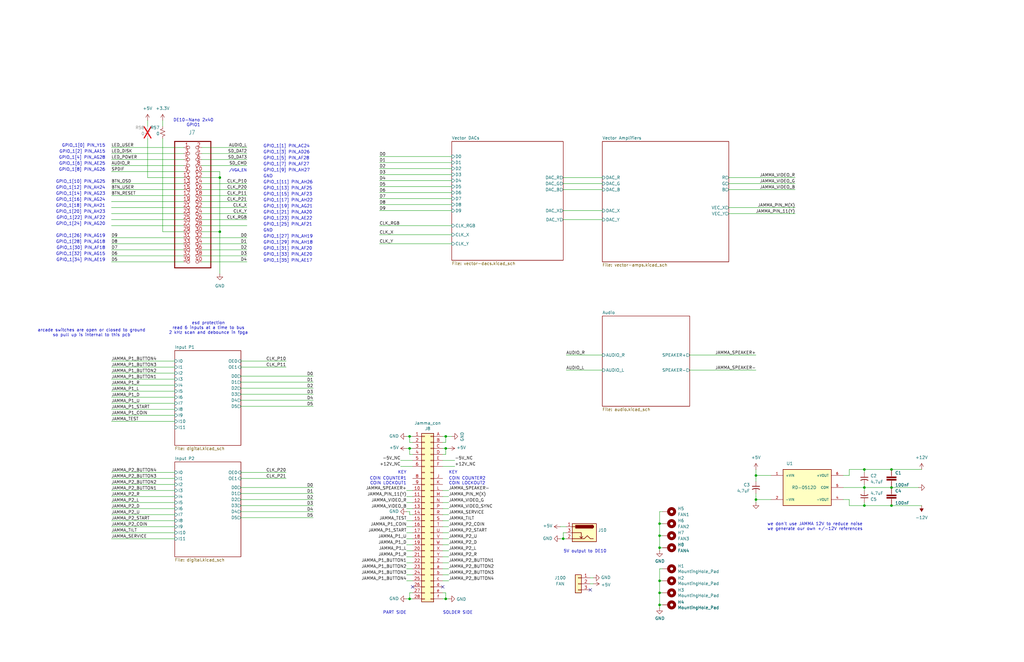
<source format=kicad_sch>
(kicad_sch (version 20250114) (generator "eeschema") (generator_version "9.0")
  (paper "B")
  (lib_symbols
    (symbol "Connector:Barrel_Jack_Switch" (pin_names (hide yes))
      (property "Reference" "J" (at 0 5.334 0))
      (property "Value" "Barrel_Jack_Switch" (at 0 -5.08 0))
      (symbol "Barrel_Jack_Switch_1_1"
        (pin passive line (at 7.62 2.54 180) (length 2.54) (name "~") (number "1"))
        (pin passive line (at 7.62 0 180) (length 2.54) (name "~") (number "3"))
        (pin passive line (at 7.62 -2.54 180) (length 2.54) (name "~") (number "2"))
      )
    )
    (symbol "Connector_Generic:Conn_01x03" (pin_names (offset 1.016) (hide yes))
      (property "Reference" "J" (at 0 5.08 0))
      (property "Value" "Conn_01x03" (at 0 -5.08 0))
      (symbol "Conn_01x03_1_1"
        (pin passive line (at -5.08 2.54 0) (length 3.81) (name "Pin_1") (number "1"))
        (pin passive line (at -5.08 0 0) (length 3.81) (name "Pin_2") (number "2"))
        (pin passive line (at -5.08 -2.54 0) (length 3.81) (name "Pin_3") (number "3"))
      )
    )
    (symbol "Device:C_Small_US" (pin_numbers (hide yes)) (pin_names (offset 0.254) (hide yes))
      (property "Reference" "C" (at 0.254 1.778 0))
      (property "Value" "C_Small_US" (at 0.254 -2.032 0))
      (symbol "C_Small_US_1_1"
        (pin passive line (at 0 2.54 270) (length 2.032) (name "~") (number "1"))
        (pin passive line (at 0 -2.54 90) (length 2.032) (name "~") (number "2"))
      )
    )
    (symbol "Device:R_Small_US" (pin_numbers (hide yes)) (pin_names (offset 0.254) (hide yes))
      (property "Reference" "R" (at 0.762 0.508 0))
      (property "Value" "R_Small_US" (at 0.762 -1.016 0))
      (symbol "R_Small_US_1_1"
        (pin passive line (at 0 2.54 270) (length 1.016) (name "~") (number "1"))
        (pin passive line (at 0 -2.54 90) (length 1.016) (name "~") (number "2"))
      )
    )
    (symbol "Jamma:Jamma_con" (pin_names (offset 1.016) (hide yes))
      (property "Reference" "J" (at 1.27 35.56 0))
      (property "Value" "Jamma_con" (at 1.27 -38.1 0))
      (symbol "Jamma_con_1_1"
        (pin passive line (at -5.08 33.02 0) (length 3.81) (name "GND") (number "1"))
        (pin passive line (at -5.08 30.48 0) (length 3.81) (name "GND") (number "2"))
        (pin passive line (at -5.08 27.94 0) (length 3.81) (name "+5V") (number "3"))
        (pin passive line (at -5.08 25.4 0) (length 3.81) (name "+5V") (number "4"))
        (pin passive line (at -5.08 22.86 0) (length 3.81) (name "-5V") (number "5"))
        (pin passive line (at -5.08 20.32 0) (length 3.81) (name "+12V") (number "6"))
        (pin passive line (at -5.08 15.24 0) (length 3.81) (name "COIN_COUNTER_1") (number "8"))
        (pin passive line (at -5.08 12.7 0) (length 3.81) (name "COIN_LOCKOUT_1") (number "9"))
        (pin passive line (at -5.08 10.16 0) (length 3.81) (name "SPEAKER+") (number "10"))
        (pin passive line (at -5.08 7.62 0) (length 3.81) (name "AUDIO+") (number "11"))
        (pin passive line (at -5.08 5.08 0) (length 3.81) (name "VIDEO_RED") (number "12"))
        (pin passive line (at -5.08 2.54 0) (length 3.81) (name "VIDEO_BLUE") (number "13"))
        (pin passive line (at -5.08 0 0) (length 3.81) (name "VIDEO_GND") (number "14"))
        (pin passive line (at -5.08 -2.54 0) (length 3.81) (name "COIN_3") (number "15"))
        (pin passive line (at -5.08 -5.08 0) (length 3.81) (name "COIN_1") (number "16"))
        (pin passive line (at -5.08 -7.62 0) (length 3.81) (name "START_1") (number "17"))
        (pin passive line (at -5.08 -10.16 0) (length 3.81) (name "P1_UP") (number "18"))
        (pin passive line (at -5.08 -12.7 0) (length 3.81) (name "P1_DOWN") (number "19"))
        (pin passive line (at -5.08 -15.24 0) (length 3.81) (name "P1_LEFT") (number "20"))
        (pin passive line (at -5.08 -17.78 0) (length 3.81) (name "P1_RIGHT") (number "21"))
        (pin passive line (at -5.08 -20.32 0) (length 3.81) (name "P1_BUTTON_1") (number "22"))
        (pin passive line (at -5.08 -22.86 0) (length 3.81) (name "P1_BUTTON_2") (number "23"))
        (pin passive line (at -5.08 -25.4 0) (length 3.81) (name "P1_BUTTON_3") (number "24"))
        (pin passive line (at -5.08 -27.94 0) (length 3.81) (name "P1_BUTTON_4") (number "25"))
        (pin passive line (at -5.08 -30.48 0) (length 3.81) (name "SELECT_UP") (number "26"))
        (pin passive line (at -5.08 -33.02 0) (length 3.81) (name "GND") (number "27"))
        (pin passive line (at -5.08 -35.56 0) (length 3.81) (name "GND") (number "28"))
        (pin passive line (at 7.62 33.02 180) (length 3.81) (name "GND") (number "A"))
        (pin passive line (at 7.62 30.48 180) (length 3.81) (name "GND") (number "B"))
        (pin passive line (at 7.62 27.94 180) (length 3.81) (name "+5V") (number "C"))
        (pin passive line (at 7.62 25.4 180) (length 3.81) (name "+5V") (number "D"))
        (pin passive line (at 7.62 22.86 180) (length 3.81) (name "-5V") (number "E"))
        (pin passive line (at 7.62 20.32 180) (length 3.81) (name "+12V") (number "F"))
        (pin passive line (at 7.62 15.24 180) (length 3.81) (name "COIN_COUNTER_2") (number "J"))
        (pin passive line (at 7.62 12.7 180) (length 3.81) (name "COIN_LOCKOUT_2") (number "K"))
        (pin passive line (at 7.62 10.16 180) (length 3.81) (name "SPEAKER-") (number "L"))
        (pin passive line (at 7.62 7.62 180) (length 3.81) (name "TEST") (number "M"))
        (pin passive line (at 7.62 5.08 180) (length 3.81) (name "VIDEO_GREEN") (number "N"))
        (pin passive line (at 7.62 2.54 180) (length 3.81) (name "VIDEO_SYNC") (number "P"))
        (pin passive line (at 7.62 0 180) (length 3.81) (name "SERVICE") (number "R"))
        (pin passive line (at 7.62 -2.54 180) (length 3.81) (name "COIN_4") (number "S"))
        (pin passive line (at 7.62 -5.08 180) (length 3.81) (name "COIN_2") (number "T"))
        (pin passive line (at 7.62 -7.62 180) (length 3.81) (name "START_2") (number "U"))
        (pin passive line (at 7.62 -10.16 180) (length 3.81) (name "P2_UP") (number "V"))
        (pin passive line (at 7.62 -12.7 180) (length 3.81) (name "P2_DOWN") (number "W"))
        (pin passive line (at 7.62 -15.24 180) (length 3.81) (name "P2_LEFT") (number "X"))
        (pin passive line (at 7.62 -17.78 180) (length 3.81) (name "P2_RIGHT") (number "Y"))
        (pin passive line (at 7.62 -20.32 180) (length 3.81) (name "P2_BUTTON_1") (number "Z"))
        (pin passive line (at 7.62 -22.86 180) (length 3.81) (name "P2_BUTTON_2") (number "a"))
        (pin passive line (at 7.62 -25.4 180) (length 3.81) (name "P2_BUTTON_3") (number "b"))
        (pin passive line (at 7.62 -27.94 180) (length 3.81) (name "P2_BUTTON_4") (number "c"))
        (pin passive line (at 7.62 -30.48 180) (length 3.81) (name "SLECT_DOWN") (number "d"))
        (pin passive line (at 7.62 -33.02 180) (length 3.81) (name "GND") (number "e"))
        (pin passive line (at 7.62 -35.56 180) (length 3.81) (name "GND") (number "f"))
      )
    )
    (symbol "Mechanical:MountingHole_Pad" (pin_numbers (hide yes)) (pin_names (offset 1.016) (hide yes)) (in_bom no)
      (property "Reference" "H" (at 0 6.35 0))
      (property "Value" "MountingHole_Pad" (at 0 4.445 0))
      (symbol "MountingHole_Pad_1_1"
        (pin input line (at 0 -2.54 90) (length 2.54) (name "1") (number "1"))
      )
    )
    (symbol "RD-0512D:RD-0512D" (pin_names (offset 1.016))
      (property "Reference" "PS" (at -10.1639 8.8979 0))
      (property "Value" "RD-0512D" (at -10.1614 -10.1627 0))
      (symbol "RD-0512D_0_0"
        (pin input line (at -15.24 5.08 0) (length 5.08) (name "+VIN") (number "1"))
        (pin input line (at -15.24 -5.08 0) (length 5.08) (name "-VIN") (number "2"))
        (pin output line (at 15.24 5.08 180) (length 5.08) (name "+VOUT") (number "6"))
        (pin power_in line (at 15.24 0 180) (length 5.08) (name "COM") (number "5"))
        (pin output line (at 15.24 -5.08 180) (length 5.08) (name "-VOUT") (number "4"))
      )
    )
    (symbol "mister-vector-eagle-import:C-EUC0603"
      (property "Reference" "C" (at 1.524 0.381 0))
      (symbol "C-EUC0603_1_0"
        (pin passive line (at 0 2.54 270) (length 2.54) (name "1") (number "1"))
        (pin passive line (at 0 -5.08 90) (length 2.54) (name "2") (number "2"))
      )
    )
    (symbol "mister-vector-eagle-import:PINHD-2X20"
      (property "Reference" "JP" (at -6.35 26.035 0))
      (symbol "PINHD-2X20_1_0"
        (pin passive inverted (at -2.54 22.86 0) (length 2.54) (name "1") (number "1"))
        (pin passive inverted (at -2.54 20.32 0) (length 2.54) (name "3") (number "3"))
        (pin passive inverted (at -2.54 17.78 0) (length 2.54) (name "5") (number "5"))
        (pin passive inverted (at -2.54 15.24 0) (length 2.54) (name "7") (number "7"))
        (pin passive inverted (at -2.54 12.7 0) (length 2.54) (name "9") (number "9"))
        (pin passive inverted (at -2.54 10.16 0) (length 2.54) (name "11") (number "11"))
        (pin passive inverted (at -2.54 7.62 0) (length 2.54) (name "13") (number "13"))
        (pin passive inverted (at -2.54 5.08 0) (length 2.54) (name "15") (number "15"))
        (pin passive inverted (at -2.54 2.54 0) (length 2.54) (name "17") (number "17"))
        (pin passive inverted (at -2.54 0 0) (length 2.54) (name "19") (number "19"))
        (pin passive inverted (at -2.54 -2.54 0) (length 2.54) (name "21") (number "21"))
        (pin passive inverted (at -2.54 -5.08 0) (length 2.54) (name "23") (number "23"))
        (pin passive inverted (at -2.54 -7.62 0) (length 2.54) (name "25") (number "25"))
        (pin passive inverted (at -2.54 -10.16 0) (length 2.54) (name "27") (number "27"))
        (pin passive inverted (at -2.54 -12.7 0) (length 2.54) (name "29") (number "29"))
        (pin passive inverted (at -2.54 -15.24 0) (length 2.54) (name "31") (number "31"))
        (pin passive inverted (at -2.54 -17.78 0) (length 2.54) (name "33") (number "33"))
        (pin passive inverted (at -2.54 -20.32 0) (length 2.54) (name "35") (number "35"))
        (pin passive inverted (at -2.54 -22.86 0) (length 2.54) (name "37") (number "37"))
        (pin passive inverted (at -2.54 -25.4 0) (length 2.54) (name "39") (number "39"))
        (pin passive inverted (at 5.08 22.86 180) (length 2.54) (name "2") (number "2"))
        (pin passive inverted (at 5.08 20.32 180) (length 2.54) (name "4") (number "4"))
        (pin passive inverted (at 5.08 17.78 180) (length 2.54) (name "6") (number "6"))
        (pin passive inverted (at 5.08 15.24 180) (length 2.54) (name "8") (number "8"))
        (pin passive inverted (at 5.08 12.7 180) (length 2.54) (name "10") (number "10"))
        (pin passive inverted (at 5.08 10.16 180) (length 2.54) (name "12") (number "12"))
        (pin passive inverted (at 5.08 7.62 180) (length 2.54) (name "14") (number "14"))
        (pin passive inverted (at 5.08 5.08 180) (length 2.54) (name "16") (number "16"))
        (pin passive inverted (at 5.08 2.54 180) (length 2.54) (name "18") (number "18"))
        (pin passive inverted (at 5.08 0 180) (length 2.54) (name "20") (number "20"))
        (pin passive inverted (at 5.08 -2.54 180) (length 2.54) (name "22") (number "22"))
        (pin passive inverted (at 5.08 -5.08 180) (length 2.54) (name "24") (number "24"))
        (pin passive inverted (at 5.08 -7.62 180) (length 2.54) (name "26") (number "26"))
        (pin passive inverted (at 5.08 -10.16 180) (length 2.54) (name "28") (number "28"))
        (pin passive inverted (at 5.08 -12.7 180) (length 2.54) (name "30") (number "30"))
        (pin passive inverted (at 5.08 -15.24 180) (length 2.54) (name "32") (number "32"))
        (pin passive inverted (at 5.08 -17.78 180) (length 2.54) (name "34") (number "34"))
        (pin passive inverted (at 5.08 -20.32 180) (length 2.54) (name "36") (number "36"))
        (pin passive inverted (at 5.08 -22.86 180) (length 2.54) (name "38") (number "38"))
        (pin passive inverted (at 5.08 -25.4 180) (length 2.54) (name "40") (number "40"))
      )
    )
    (symbol "power:+12V" (power) (pin_numbers (hide yes)) (pin_names (offset 0) (hide yes))
      (property "Value" "+12V" (at 0 3.556 0))
      (symbol "+12V_1_1"
        (pin power_in line (at 0 0 90) (length 0) (name "~") (number "1"))
      )
    )
    (symbol "power:+3.3V" (power) (pin_numbers (hide yes)) (pin_names (offset 0) (hide yes))
      (property "Value" "+3.3V" (at 0 3.556 0))
      (symbol "+3.3V_1_1"
        (pin power_in line (at 0 0 90) (length 0) (name "~") (number "1"))
      )
    )
    (symbol "power:+5V" (power) (pin_numbers (hide yes)) (pin_names (offset 0) (hide yes))
      (property "Value" "+5V" (at 0 3.556 0))
      (symbol "+5V_1_1"
        (pin power_in line (at 0 0 90) (length 0) (name "~") (number "1"))
      )
    )
    (symbol "power:+5VL" (power) (pin_numbers (hide yes)) (pin_names (offset 0) (hide yes))
      (property "Value" "+5VL" (at 0 3.556 0))
      (symbol "+5VL_1_1"
        (pin power_in line (at 0 0 90) (length 0) (name "~") (number "1"))
      )
    )
    (symbol "power:-12V" (power) (pin_numbers (hide yes)) (pin_names (offset 0) (hide yes))
      (property "Value" "-12V" (at 0 3.556 0))
      (symbol "-12V_0_0"
        (pin power_in line (at 0 0 90) (length 0) (name "~") (number "1"))
      )
    )
    (symbol "power:GND" (power) (pin_numbers (hide yes)) (pin_names (offset 0) (hide yes))
      (property "Value" "GND" (at 0 -3.81 0))
      (symbol "GND_1_1"
        (pin power_in line (at 0 0 270) (length 0) (name "~") (number "1"))
      )
    )
  )
  (text "GPIO_1[12] PIN_AH24" (at 44.45 80.01 0) (effects (font (size 1.27 1.27)) (justify right bottom)))
  (text "GPIO_1[15] PIN_AF23" (at 110.998 82.804 0) (effects (font (size 1.27 1.27)) (justify left bottom)))
  (text "GPIO_1[32] PIN_AG15" (at 44.45 107.95 0) (effects (font (size 1.27 1.27)) (justify right bottom)))
  (text "GPIO_1[7] PIN_AF27" (at 110.998 70.104 0) (effects (font (size 1.27 1.27)) (justify left bottom)))
  (text "SOLDER SIDE" (at 199.39 259.334 0) (effects (font (size 1.27 1.27)) (justify right bottom)))
  (text "GPIO_1[31] PIN_AF20" (at 110.998 105.664 0) (effects (font (size 1.27 1.27)) (justify left bottom)))
  (text "KEY" (at 189.23 200.152 0) (effects (font (size 1.27 1.27)) (justify left bottom)))
  (text "GPIO_1[27] PIN_AH19" (at 110.998 100.584 0) (effects (font (size 1.27 1.27)) (justify left bottom)))
  (text "GPIO_1[2] PIN_AA15" (at 44.45 64.77 0) (effects (font (size 1.27 1.27)) (justify right bottom)))
  (text "KEY" (at 171.45 200.152 0) (effects (font (size 1.27 1.27)) (justify right bottom)))
  (text "COIN LOCKOUT1" (at 171.45 204.724 0) (effects (font (size 1.27 1.27)) (justify right bottom)))
  (text "GPIO_1[23] PIN_AE22" (at 110.998 92.964 0) (effects (font (size 1.27 1.27)) (justify left bottom)))
  (text "GPIO_1[8] PIN_AG26" (at 44.45 72.39 0) (effects (font (size 1.27 1.27)) (justify right bottom)))
  (text "GPIO_1[29] PIN_AH18" (at 110.998 103.124 0) (effects (font (size 1.27 1.27)) (justify left bottom)))
  (text "GPIO_1[5] PIN_AF28" (at 110.998 67.564 0) (effects (font (size 1.27 1.27)) (justify left bottom)))
  (text "GPIO_1[1] PIN_AC24" (at 110.998 62.484 0) (effects (font (size 1.27 1.27)) (justify left bottom)))
  (text "GPIO_1[24] PIN_AG20" (at 44.45 95.25 0) (effects (font (size 1.27 1.27)) (justify right bottom)))
  (text "/VGA_EN" (at 96.52 72.644 0) (effects (font (size 1.143 1.143)) (justify left bottom)))
  (text "COIN LOCKOUT2" (at 189.23 204.724 0) (effects (font (size 1.27 1.27)) (justify left bottom)))
  (text "GPIO_1[25] PIN_AF21" (at 110.998 95.504 0) (effects (font (size 1.27 1.27)) (justify left bottom)))
  (text "GPIO_1[26] PIN_AG19" (at 44.45 100.33 0) (effects (font (size 1.27 1.27)) (justify right bottom)))
  (text "GND" (at 110.998 98.044 0) (effects (font (size 1.27 1.27)) (justify left bottom)))
  (text "GPIO_1[11] PIN_AH26" (at 110.998 77.724 0) (effects (font (size 1.27 1.27)) (justify left bottom)))
  (text "GPIO_1[21] PIN_AA20" (at 110.998 90.424 0) (effects (font (size 1.27 1.27)) (justify left bottom)))
  (text "GPIO_1[16] PIN_AG24" (at 44.45 85.09 0) (effects (font (size 1.27 1.27)) (justify right bottom)))
  (text "GPIO_1[0] PIN_Y15" (at 44.45 62.23 0) (effects (font (size 1.27 1.27)) (justify right bottom)))
  (text "GPIO_1[14] PIN_AG23" (at 44.45 82.55 0) (effects (font (size 1.27 1.27)) (justify right bottom)))
  (text "esd protection\nread 6 inputs at a time to bus\n2 kHz scan and debounce in fpga" (at 87.884 138.43 0) (effects (font (size 1.27 1.27))))
  (text "COIN COUNTER1" (at 171.45 202.692 0) (effects (font (size 1.27 1.27)) (justify right bottom)))
  (text "GPIO_1[19] PIN_AG21" (at 110.998 87.884 0) (effects (font (size 1.27 1.27)) (justify left bottom)))
  (text "GPIO_1[6] PIN_AE25" (at 44.45 69.85 0) (effects (font (size 1.27 1.27)) (justify right bottom)))
  (text "DE10-Nano 2x40\nGPIO1" (at 81.534 51.816 0) (effects (font (size 1.27 1.27))))
  (text "GND" (at 110.998 75.184 0) (effects (font (size 1.27 1.27)) (justify left bottom)))
  (text "GPIO_1[10] PIN_AG25" (at 44.45 77.47 0) (effects (font (size 1.27 1.27)) (justify right bottom)))
  (text "GPIO_1[34] PIN_AE19" (at 44.45 110.49 0) (effects (font (size 1.27 1.27)) (justify right bottom)))
  (text "GPIO_1[35] PIN_AE17" (at 110.998 110.744 0) (effects (font (size 1.27 1.27)) (justify left bottom)))
  (text "GPIO_1[4] PIN_AG28" (at 44.45 67.31 0) (effects (font (size 1.27 1.27)) (justify right bottom)))
  (text "GPIO_1[33] PIN_AE20" (at 110.998 108.204 0) (effects (font (size 1.27 1.27)) (justify left bottom)))
  (text "GPIO_1[3] PIN_AD26" (at 110.998 65.024 0) (effects (font (size 1.27 1.27)) (justify left bottom)))
  (text "arcade switches are open or closed to ground\nso pull up is internal to this pcb" (at 38.608 140.462 0) (effects (font (size 1.27 1.27))))
  (text "GPIO_1[13] PIN_AF25" (at 110.998 80.264 0) (effects (font (size 1.27 1.27)) (justify left bottom)))
  (text "GPIO_1[20] PIN_AH23" (at 44.45 90.17 0) (effects (font (size 1.27 1.27)) (justify right bottom)))
  (text "COIN COUNTER2" (at 189.23 202.692 0) (effects (font (size 1.27 1.27)) (justify left bottom)))
  (text "GPIO_1[28] PIN_AG18" (at 44.45 102.87 0) (effects (font (size 1.27 1.27)) (justify right bottom)))
  (text "we don't use JAMMA 12V to reduce noise\nwe generate our own +/-12V references" (at 343.662 222.25 0) (effects (font (size 1.27 1.27))))
  (text "GPIO_1[30] PIN_AF18" (at 44.45 105.41 0) (effects (font (size 1.27 1.27)) (justify right bottom)))
  (text "GPIO_1[9] PIN_AH27" (at 110.998 72.644 0) (effects (font (size 1.27 1.27)) (justify left bottom)))
  (text "GPIO_1[18] PIN_AH21" (at 44.45 87.63 0) (effects (font (size 1.27 1.27)) (justify right bottom)))
  (text "GPIO_1[22] PIN_AF22" (at 44.45 92.71 0) (effects (font (size 1.27 1.27)) (justify right bottom)))
  (text "PART SIDE" (at 171.45 259.334 0) (effects (font (size 1.27 1.27)) (justify right bottom)))
  (text "GPIO_1[17] PIN_AH22" (at 110.998 85.344 0) (effects (font (size 1.27 1.27)) (justify left bottom)))
  (text "5V output to DE10" (at 255.778 233.426 0) (effects (font (size 1.27 1.27)) (justify right bottom)))
  (junction (at 364.49 198.12))
  (junction (at 375.92 213.36))
  (junction (at 172.72 189.23))
  (junction (at 278.13 255.27))
  (junction (at 187.96 252.73))
  (junction (at 92.71 97.79))
  (junction (at 375.92 198.12))
  (junction (at 278.13 226.06))
  (junction (at 318.77 200.66))
  (junction (at 318.77 210.82))
  (junction (at 278.13 245.11))
  (junction (at 364.49 205.74))
  (junction (at 92.71 74.93))
  (junction (at 364.49 213.36))
  (junction (at 278.13 250.19))
  (junction (at 187.96 189.23))
  (junction (at 237.49 227.33))
  (junction (at 187.96 184.15))
  (junction (at 172.72 184.15))
  (junction (at 172.72 252.73))
  (junction (at 375.92 205.74))
  (junction (at 278.13 231.14))
  (junction (at 278.13 220.98))
  (no_connect (at 186.69 247.65))
  (no_connect (at 248.92 248.92))
  (no_connect (at 173.99 247.65))
  (wire (pts (xy 46.99 224.79) (xy 73.66 224.79)))
  (wire (pts (xy 358.14 198.12) (xy 364.49 198.12)) (stroke (width 0.1524)))
  (wire (pts (xy 77.47 74.93) (xy 62.23 74.93)) (stroke (width 0.1524)))
  (wire (pts (xy 238.76 149.86) (xy 254 149.86)))
  (wire (pts (xy 186.69 250.19) (xy 187.96 250.19)))
  (wire (pts (xy 85.09 72.39) (xy 92.71 72.39)) (stroke (width 0.1524)))
  (wire (pts (xy 186.69 245.11) (xy 189.23 245.11)))
  (wire (pts (xy 46.99 87.63) (xy 77.47 87.63)) (stroke (width 0.1524)))
  (wire (pts (xy 186.69 240.03) (xy 189.23 240.03)))
  (wire (pts (xy 172.72 250.19) (xy 172.72 252.73)))
  (wire (pts (xy 237.49 92.71) (xy 254 92.71)))
  (wire (pts (xy 318.77 209.55) (xy 318.77 210.82)) (stroke (width 0.1524)))
  (wire (pts (xy 186.69 234.95) (xy 189.23 234.95)))
  (wire (pts (xy 46.99 95.25) (xy 77.47 95.25)) (stroke (width 0.1524)))
  (wire (pts (xy 186.69 207.01) (xy 189.23 207.01)))
  (wire (pts (xy 237.49 77.47) (xy 254 77.47)))
  (wire (pts (xy 278.13 215.9) (xy 278.13 220.98)))
  (wire (pts (xy 132.08 168.91) (xy 101.6 168.91)) (stroke (width 0.1524)))
  (wire (pts (xy 160.02 73.66) (xy 190.5 73.66)) (stroke (width 0.1524)))
  (wire (pts (xy 237.49 80.01) (xy 254 80.01)))
  (wire (pts (xy 279.4 245.11) (xy 278.13 245.11)))
  (wire (pts (xy 160.02 83.82) (xy 190.5 83.82)) (stroke (width 0.1524)))
  (wire (pts (xy 172.72 186.69) (xy 173.99 186.69)))
  (wire (pts (xy 46.99 64.77) (xy 77.47 64.77)) (stroke (width 0.1524)))
  (wire (pts (xy 46.99 107.95) (xy 77.47 107.95)) (stroke (width 0.1524)))
  (wire (pts (xy 186.69 217.17) (xy 189.23 217.17)))
  (wire (pts (xy 237.49 74.93) (xy 254 74.93)))
  (wire (pts (xy 46.99 67.31) (xy 77.47 67.31)) (stroke (width 0.1524)))
  (wire (pts (xy 187.96 184.15) (xy 187.96 186.69)))
  (wire (pts (xy 307.34 80.01) (xy 335.28 80.01)))
  (wire (pts (xy 85.09 77.47) (xy 104.14 77.47)) (stroke (width 0.1524)))
  (wire (pts (xy 85.09 95.25) (xy 104.14 95.25)) (stroke (width 0.1524)))
  (wire (pts (xy 85.09 110.49) (xy 104.14 110.49)) (stroke (width 0.1524)))
  (wire (pts (xy 186.69 242.57) (xy 189.23 242.57)))
  (wire (pts (xy 160.02 95.25) (xy 190.5 95.25)))
  (wire (pts (xy 46.99 222.25) (xy 73.66 222.25)))
  (wire (pts (xy 375.92 205.74) (xy 387.35 205.74)) (stroke (width 0.1524)))
  (wire (pts (xy 173.99 189.23) (xy 172.72 189.23)))
  (wire (pts (xy 358.14 210.82) (xy 358.14 213.36)) (stroke (width 0.1524)))
  (wire (pts (xy 375.92 198.12) (xy 388.62 198.12)) (stroke (width 0.1524)))
  (wire (pts (xy 173.99 242.57) (xy 171.45 242.57)))
  (wire (pts (xy 85.09 80.01) (xy 104.14 80.01)) (stroke (width 0.1524)))
  (wire (pts (xy 171.45 207.01) (xy 173.99 207.01)))
  (wire (pts (xy 278.13 231.14) (xy 278.13 232.41)))
  (wire (pts (xy 186.69 191.77) (xy 187.96 191.77)))
  (wire (pts (xy 355.6 210.82) (xy 358.14 210.82)) (stroke (width 0.1524)))
  (wire (pts (xy 160.02 71.12) (xy 190.5 71.12)) (stroke (width 0.1524)))
  (wire (pts (xy 132.08 166.37) (xy 101.6 166.37)) (stroke (width 0.1524)))
  (wire (pts (xy 186.69 229.87) (xy 189.23 229.87)))
  (wire (pts (xy 279.4 240.03) (xy 278.13 240.03)))
  (wire (pts (xy 172.72 215.9) (xy 172.72 217.17)))
  (wire (pts (xy 364.49 198.12) (xy 364.49 199.39)))
  (wire (pts (xy 278.13 226.06) (xy 278.13 231.14)))
  (wire (pts (xy 46.99 100.33) (xy 77.47 100.33)) (stroke (width 0.1524)))
  (wire (pts (xy 101.6 154.94) (xy 120.65 154.94)) (stroke (width 0.1524)))
  (wire (pts (xy 307.34 77.47) (xy 335.28 77.47)))
  (wire (pts (xy 364.49 205.74) (xy 364.49 207.01)))
  (wire (pts (xy 85.09 87.63) (xy 104.14 87.63)) (stroke (width 0.1524)))
  (wire (pts (xy 172.72 189.23) (xy 171.45 189.23)))
  (wire (pts (xy 132.08 218.44) (xy 101.6 218.44)) (stroke (width 0.1524)))
  (wire (pts (xy 68.58 97.79) (xy 68.58 58.42)) (stroke (width 0.1524)))
  (wire (pts (xy 279.4 220.98) (xy 278.13 220.98)))
  (wire (pts (xy 173.99 209.55) (xy 171.45 209.55)))
  (wire (pts (xy 46.99 77.47) (xy 77.47 77.47)) (stroke (width 0.1524)))
  (wire (pts (xy 237.49 227.33) (xy 236.22 227.33)))
  (wire (pts (xy 278.13 245.11) (xy 278.13 250.19)))
  (wire (pts (xy 132.08 205.74) (xy 101.6 205.74)) (stroke (width 0.1524)))
  (wire (pts (xy 278.13 240.03) (xy 278.13 245.11)))
  (wire (pts (xy 92.71 72.39) (xy 92.71 74.93)) (stroke (width 0.1524)))
  (wire (pts (xy 187.96 252.73) (xy 186.69 252.73)))
  (wire (pts (xy 46.99 62.23) (xy 77.47 62.23)) (stroke (width 0.1524)))
  (wire (pts (xy 278.13 220.98) (xy 278.13 226.06)))
  (wire (pts (xy 173.99 219.71) (xy 171.45 219.71)))
  (wire (pts (xy 173.99 222.25) (xy 171.45 222.25)))
  (wire (pts (xy 173.99 234.95) (xy 171.45 234.95)))
  (wire (pts (xy 46.99 85.09) (xy 77.47 85.09)) (stroke (width 0.1524)))
  (wire (pts (xy 46.99 165.1) (xy 73.66 165.1)))
  (wire (pts (xy 237.49 224.79) (xy 238.76 224.79)))
  (wire (pts (xy 85.09 90.17) (xy 104.14 90.17)) (stroke (width 0.1524)))
  (wire (pts (xy 187.96 184.15) (xy 190.5 184.15)))
  (wire (pts (xy 68.58 53.34) (xy 68.58 50.8)) (stroke (width 0.1524)))
  (wire (pts (xy 358.14 200.66) (xy 358.14 198.12)) (stroke (width 0.1524)))
  (wire (pts (xy 132.08 215.9) (xy 101.6 215.9)) (stroke (width 0.1524)))
  (wire (pts (xy 46.99 204.47) (xy 73.66 204.47)))
  (wire (pts (xy 187.96 186.69) (xy 186.69 186.69)))
  (wire (pts (xy 132.08 163.83) (xy 101.6 163.83)) (stroke (width 0.1524)))
  (wire (pts (xy 46.99 160.02) (xy 73.66 160.02)))
  (wire (pts (xy 186.69 224.79) (xy 189.23 224.79)))
  (wire (pts (xy 172.72 184.15) (xy 172.72 186.69)))
  (wire (pts (xy 85.09 100.33) (xy 104.14 100.33)) (stroke (width 0.1524)))
  (wire (pts (xy 172.72 252.73) (xy 171.45 252.73)))
  (wire (pts (xy 237.49 227.33) (xy 237.49 224.79)))
  (wire (pts (xy 172.72 191.77) (xy 172.72 189.23)))
  (wire (pts (xy 85.09 69.85) (xy 104.14 69.85)) (stroke (width 0.1524)))
  (wire (pts (xy 85.09 62.23) (xy 104.14 62.23)) (stroke (width 0.1524)))
  (wire (pts (xy 173.99 184.15) (xy 172.72 184.15)))
  (wire (pts (xy 85.09 105.41) (xy 104.14 105.41)) (stroke (width 0.1524)))
  (wire (pts (xy 160.02 86.36) (xy 190.5 86.36)) (stroke (width 0.1524)))
  (wire (pts (xy 132.08 210.82) (xy 101.6 210.82)) (stroke (width 0.1524)))
  (wire (pts (xy 46.99 92.71) (xy 77.47 92.71)) (stroke (width 0.1524)))
  (wire (pts (xy 236.22 222.25) (xy 238.76 222.25)))
  (wire (pts (xy 279.4 250.19) (xy 278.13 250.19)))
  (wire (pts (xy 186.69 219.71) (xy 189.23 219.71)))
  (wire (pts (xy 46.99 214.63) (xy 73.66 214.63)))
  (wire (pts (xy 173.99 212.09) (xy 171.45 212.09)))
  (wire (pts (xy 173.99 240.03) (xy 171.45 240.03)))
  (wire (pts (xy 278.13 250.19) (xy 278.13 255.27)))
  (wire (pts (xy 318.77 210.82) (xy 318.77 212.09)) (stroke (width 0.1524)))
  (wire (pts (xy 85.09 82.55) (xy 104.14 82.55)) (stroke (width 0.1524)))
  (wire (pts (xy 171.45 215.9) (xy 172.72 215.9)))
  (wire (pts (xy 318.77 210.82) (xy 325.12 210.82)) (stroke (width 0.1524)))
  (wire (pts (xy 173.99 191.77) (xy 172.72 191.77)))
  (wire (pts (xy 238.76 227.33) (xy 237.49 227.33)))
  (wire (pts (xy 132.08 158.75) (xy 101.6 158.75)) (stroke (width 0.1524)))
  (wire (pts (xy 279.4 215.9) (xy 278.13 215.9)))
  (wire (pts (xy 160.02 88.9) (xy 190.5 88.9)) (stroke (width 0.1524)))
  (wire (pts (xy 46.99 152.4) (xy 73.66 152.4)))
  (wire (pts (xy 46.99 227.33) (xy 73.66 227.33)))
  (wire (pts (xy 132.08 171.45) (xy 101.6 171.45)) (stroke (width 0.1524)))
  (wire (pts (xy 290.83 156.21) (xy 318.77 156.21)))
  (wire (pts (xy 46.99 207.01) (xy 73.66 207.01)))
  (wire (pts (xy 160.02 78.74) (xy 190.5 78.74)) (stroke (width 0.1524)))
  (wire (pts (xy 46.99 219.71) (xy 73.66 219.71)))
  (wire (pts (xy 173.99 227.33) (xy 171.45 227.33)))
  (wire (pts (xy 355.6 200.66) (xy 358.14 200.66)) (stroke (width 0.1524)))
  (wire (pts (xy 248.92 246.38) (xy 250.19 246.38)))
  (wire (pts (xy 85.09 92.71) (xy 104.14 92.71)) (stroke (width 0.1524)))
  (wire (pts (xy 160.02 102.87) (xy 190.5 102.87)))
  (wire (pts (xy 46.99 162.56) (xy 73.66 162.56)))
  (wire (pts (xy 132.08 161.29) (xy 101.6 161.29)) (stroke (width 0.1524)))
  (wire (pts (xy 46.99 167.64) (xy 73.66 167.64)))
  (wire (pts (xy 46.99 102.87) (xy 77.47 102.87)) (stroke (width 0.1524)))
  (wire (pts (xy 318.77 200.66) (xy 325.12 200.66)) (stroke (width 0.1524)))
  (wire (pts (xy 46.99 154.94) (xy 73.66 154.94)))
  (wire (pts (xy 46.99 69.85) (xy 77.47 69.85)) (stroke (width 0.1524)))
  (wire (pts (xy 173.99 229.87) (xy 171.45 229.87)))
  (wire (pts (xy 186.69 222.25) (xy 189.23 222.25)))
  (wire (pts (xy 279.4 255.27) (xy 278.13 255.27)))
  (wire (pts (xy 85.09 67.31) (xy 104.14 67.31)) (stroke (width 0.1524)))
  (wire (pts (xy 160.02 99.06) (xy 190.5 99.06)))
  (wire (pts (xy 46.99 82.55) (xy 77.47 82.55)) (stroke (width 0.1524)))
  (wire (pts (xy 173.99 232.41) (xy 171.45 232.41)))
  (wire (pts (xy 318.77 201.93) (xy 318.77 203.2)))
  (wire (pts (xy 46.99 175.26) (xy 73.66 175.26)))
  (wire (pts (xy 173.99 250.19) (xy 172.72 250.19)))
  (wire (pts (xy 77.47 97.79) (xy 68.58 97.79)) (stroke (width 0.1524)))
  (wire (pts (xy 132.08 213.36) (xy 101.6 213.36)) (stroke (width 0.1524)))
  (wire (pts (xy 46.99 172.72) (xy 73.66 172.72)))
  (wire (pts (xy 92.71 74.93) (xy 92.71 97.79)) (stroke (width 0.1524)))
  (wire (pts (xy 160.02 76.2) (xy 190.5 76.2)) (stroke (width 0.1524)))
  (wire (pts (xy 364.49 213.36) (xy 375.92 213.36)) (stroke (width 0.1524)))
  (wire (pts (xy 172.72 217.17) (xy 173.99 217.17)))
  (wire (pts (xy 187.96 191.77) (xy 187.96 189.23)))
  (wire (pts (xy 46.99 170.18) (xy 73.66 170.18)))
  (wire (pts (xy 307.34 74.93) (xy 335.28 74.93)))
  (wire (pts (xy 85.09 102.87) (xy 104.14 102.87)) (stroke (width 0.1524)))
  (wire (pts (xy 92.71 97.79) (xy 92.71 115.57)) (stroke (width 0.1524)))
  (wire (pts (xy 355.6 205.74) (xy 364.49 205.74)) (stroke (width 0.1524)))
  (wire (pts (xy 191.77 194.31) (xy 186.69 194.31)))
  (wire (pts (xy 358.14 213.36) (xy 364.49 213.36)) (stroke (width 0.1524)))
  (wire (pts (xy 187.96 252.73) (xy 189.23 252.73)))
  (wire (pts (xy 290.83 149.86) (xy 318.77 149.86)))
  (wire (pts (xy 46.99 209.55) (xy 73.66 209.55)))
  (wire (pts (xy 173.99 237.49) (xy 171.45 237.49)))
  (wire (pts (xy 238.76 156.21) (xy 254 156.21)))
  (wire (pts (xy 85.09 74.93) (xy 92.71 74.93)) (stroke (width 0.1524)))
  (wire (pts (xy 85.09 85.09) (xy 104.14 85.09)) (stroke (width 0.1524)))
  (wire (pts (xy 46.99 105.41) (xy 77.47 105.41)) (stroke (width 0.1524)))
  (wire (pts (xy 248.92 243.84) (xy 250.19 243.84)))
  (wire (pts (xy 173.99 224.79) (xy 171.45 224.79)))
  (wire (pts (xy 278.13 255.27) (xy 278.13 256.54)))
  (wire (pts (xy 364.49 205.74) (xy 375.92 205.74)) (stroke (width 0.1524)))
  (wire (pts (xy 132.08 208.28) (xy 101.6 208.28)) (stroke (width 0.1524)))
  (wire (pts (xy 160.02 81.28) (xy 190.5 81.28)) (stroke (width 0.1524)))
  (wire (pts (xy 189.23 189.23) (xy 187.96 189.23)))
  (wire (pts (xy 189.23 209.55) (xy 186.69 209.55)))
  (wire (pts (xy 46.99 110.49) (xy 77.47 110.49)) (stroke (width 0.1524)))
  (wire (pts (xy 46.99 199.39) (xy 73.66 199.39)))
  (wire (pts (xy 307.34 90.17) (xy 335.28 90.17)))
  (wire (pts (xy 62.23 53.34) (xy 62.23 50.8)) (stroke (width 0.1524)))
  (wire (pts (xy 279.4 226.06) (xy 278.13 226.06)))
  (wire (pts (xy 160.02 68.58) (xy 190.5 68.58)) (stroke (width 0.1524)))
  (wire (pts (xy 172.72 184.15) (xy 171.45 184.15)))
  (wire (pts (xy 186.69 232.41) (xy 189.23 232.41)))
  (wire (pts (xy 364.49 204.47) (xy 364.49 205.74)))
  (wire (pts (xy 186.69 227.33) (xy 189.23 227.33)))
  (wire (pts (xy 186.69 184.15) (xy 187.96 184.15)))
  (wire (pts (xy 85.09 64.77) (xy 104.14 64.77)) (stroke (width 0.1524)))
  (wire (pts (xy 318.77 200.66) (xy 318.77 201.93)) (stroke (width 0.1524)))
  (wire (pts (xy 173.99 214.63) (xy 171.45 214.63)))
  (wire (pts (xy 186.69 237.49) (xy 189.23 237.49)))
  (wire (pts (xy 187.96 250.19) (xy 187.96 252.73)))
  (wire (pts (xy 85.09 107.95) (xy 104.14 107.95)) (stroke (width 0.1524)))
  (wire (pts (xy 62.23 74.93) (xy 62.23 58.42)) (stroke (width 0.1524)))
  (wire (pts (xy 101.6 199.39) (xy 120.65 199.39)) (stroke (width 0.1524)))
  (wire (pts (xy 237.49 88.9) (xy 254 88.9)))
  (wire (pts (xy 375.92 213.36) (xy 388.62 213.36)) (stroke (width 0.1524)))
  (wire (pts (xy 187.96 189.23) (xy 186.69 189.23)))
  (wire (pts (xy 173.99 245.11) (xy 171.45 245.11)))
  (wire (pts (xy 46.99 201.93) (xy 73.66 201.93)))
  (wire (pts (xy 160.02 66.04) (xy 190.5 66.04)) (stroke (width 0.1524)))
  (wire (pts (xy 46.99 80.01) (xy 77.47 80.01)) (stroke (width 0.1524)))
  (wire (pts (xy 46.99 217.17) (xy 73.66 217.17)))
  (wire (pts (xy 101.6 201.93) (xy 120.65 201.93)) (stroke (width 0.1524)))
  (wire (pts (xy 364.49 198.12) (xy 375.92 198.12)) (stroke (width 0.1524)))
  (wire (pts (xy 85.09 97.79) (xy 92.71 97.79)) (stroke (width 0.1524)))
  (wire (pts (xy 46.99 72.39) (xy 77.47 72.39)) (stroke (width 0.1524)))
  (wire (pts (xy 46.99 157.48) (xy 73.66 157.48)))
  (wire (pts (xy 318.77 208.28) (xy 318.77 209.55)))
  (wire (pts (xy 46.99 177.8) (xy 73.66 177.8)))
  (wire (pts (xy 186.69 212.09) (xy 189.23 212.09)))
  (wire (pts (xy 172.72 252.73) (xy 173.99 252.73)))
  (wire (pts (xy 279.4 231.14) (xy 278.13 231.14)))
  (wire (pts (xy 101.6 152.4) (xy 120.65 152.4)) (stroke (width 0.1524)))
  (wire (pts (xy 46.99 90.17) (xy 77.47 90.17)) (stroke (width 0.1524)))
  (wire (pts (xy 168.91 194.31) (xy 173.99 194.31)))
  (wire (pts (xy 318.77 198.12) (xy 318.77 200.66)) (stroke (width 0.1524)))
  (wire (pts (xy 186.69 214.63) (xy 189.23 214.63)))
  (wire (pts (xy 307.34 87.63) (xy 335.28 87.63)))
  (wire (pts (xy 168.91 196.85) (xy 173.99 196.85)))
  (wire (pts (xy 364.49 213.36) (xy 364.49 212.09)) (stroke (width 0.1524)))
  (wire (pts (xy 191.77 196.85) (xy 186.69 196.85)))
  (wire (pts (xy 46.99 212.09) (xy 73.66 212.09)))
  (label "JAMMA_SERVICE" (at 46.99 227.33 0))
  (label "D0" (at 160.02 66.04 0) (effects (font (size 1.2446 1.2446))))
  (label "JAMMA_PIN_11(Y)" (at 335.28 90.17 180))
  (label "JAMMA_P2_U" (at 46.99 217.17 0))
  (label "LED_POWER" (at 46.99 67.31 0) (effects (font (size 1.2446 1.2446))))
  (label "D4" (at 132.08 215.9 180) (effects (font (size 1.2446 1.2446))))
  (label "JAMMA_VIDEO_SYNC" (at 189.23 214.63 0))
  (label "D4" (at 160.02 76.2 0) (effects (font (size 1.2446 1.2446))))
  (label "JAMMA_P1_BUTTON1" (at 171.45 237.49 180))
  (label "JAMMA_P2_U" (at 189.23 227.33 0))
  (label "JAMMA_P1_BUTTON3" (at 46.99 154.94 0))
  (label "D8" (at 46.99 102.87 0) (effects (font (size 1.2446 1.2446))))
  (label "JAMMA_VIDEO_G" (at 189.23 212.09 0))
  (label "JAMMA_TEST" (at 46.99 177.8 0))
  (label "JAMMA_VIDEO_R" (at 171.45 212.09 180))
  (label "AUDIO_R" (at 238.76 149.86 0) (effects (font (size 1.2446 1.2446))))
  (label "AUDIO_L" (at 238.76 156.21 0) (effects (font (size 1.2446 1.2446))))
  (label "JAMMA_SERVICE" (at 189.23 217.17 0))
  (label "JAMMA_P1_START" (at 171.45 224.79 180))
  (label "JAMMA_P1_L" (at 46.99 165.1 0))
  (label "CLK_X" (at 160.02 99.06 0))
  (label "JAMMA_P1_BUTTON3" (at 171.45 242.57 180))
  (label "JAMMA_P2_D" (at 46.99 214.63 0))
  (label "CLK_RGB" (at 104.14 92.71 180))
  (label "JAMMA_P1_BUTTON4" (at 171.45 245.11 180))
  (label "SPDIF" (at 46.99 72.39 0) (effects (font (size 1.2446 1.2446))))
  (label "D3" (at 104.14 107.95 180))
  (label "D3" (at 160.02 73.66 0) (effects (font (size 1.2446 1.2446))))
  (label "JAMMA_P2_BUTTON2" (at 189.23 240.03 0))
  (label "D2" (at 132.08 210.82 180) (effects (font (size 1.2446 1.2446))))
  (label "CLK_P21" (at 104.14 85.09 180))
  (label "D0" (at 104.14 100.33 180))
  (label "-5V_NC" (at 191.77 194.31 0))
  (label "JAMMA_P1_R" (at 171.45 234.95 180))
  (label "AUDIO_R" (at 46.99 69.85 0) (effects (font (size 1.2446 1.2446))))
  (label "JAMMA_P1_BUTTON1" (at 46.99 160.02 0))
  (label "D2" (at 160.02 71.12 0) (effects (font (size 1.2446 1.2446))))
  (label "CLK_P10" (at 104.14 77.47 180))
  (label "JAMMA_P1_U" (at 46.99 170.18 0))
  (label "JAMMA_TEST" (at 171.45 219.71 180))
  (label "JAMMA_P2_BUTTON3" (at 46.99 201.93 0))
  (label "JAMMA_P2_R" (at 46.99 209.55 0))
  (label "JAMMA_P2_L" (at 46.99 212.09 0))
  (label "JAMMA_P1_R" (at 46.99 162.56 0))
  (label "D4" (at 104.14 110.49 180))
  (label "JAMMA_P1_D" (at 171.45 229.87 180))
  (label "BTN_USER" (at 46.99 80.01 0) (effects (font (size 1.2446 1.2446))))
  (label "JAMMA_P2_START" (at 189.23 224.79 0))
  (label "LED_USER" (at 46.99 62.23 0) (effects (font (size 1.2446 1.2446))))
  (label "JAMMA_VIDEO_R" (at 335.28 74.93 180))
  (label "D3" (at 132.08 166.37 180) (effects (font (size 1.2446 1.2446))))
  (label "JAMMA_P1_START" (at 46.99 172.72 0))
  (label "JAMMA_PIN_11(Y)" (at 171.45 209.55 180))
  (label "CLK_P11" (at 104.14 82.55 180))
  (label "D8" (at 160.02 86.36 0) (effects (font (size 1.2446 1.2446))))
  (label "JAMMA_P2_BUTTON4" (at 46.99 199.39 0))
  (label "JAMMA_P2_D" (at 189.23 229.87 0))
  (label "JAMMA_P1_D" (at 46.99 167.64 0))
  (label "JAMMA_P1_BUTTON2" (at 46.99 157.48 0))
  (label "SD_CMD" (at 104.14 69.85 180) (effects (font (size 1.2446 1.2446))))
  (label "D5" (at 132.08 171.45 180) (effects (font (size 1.2446 1.2446))))
  (label "JAMMA_P2_COIN" (at 189.23 222.25 0))
  (label "JAMMA_P1_COIN" (at 171.45 222.25 180))
  (label "CLK_X" (at 104.14 87.63 180))
  (label "JAMMA_P1_BUTTON4" (at 46.99 152.4 0))
  (label "CLK_RGB" (at 160.02 95.25 0))
  (label "D2" (at 132.08 163.83 180) (effects (font (size 1.2446 1.2446))))
  (label "D1" (at 160.02 68.58 0) (effects (font (size 1.2446 1.2446))))
  (label "D1" (at 104.14 102.87 180))
  (label "JAMMA_P1_COIN" (at 46.99 175.26 0))
  (label "D3" (at 132.08 213.36 180) (effects (font (size 1.2446 1.2446))))
  (label "CLK_P20" (at 120.65 199.39 180))
  (label "JAMMA_P1_U" (at 171.45 227.33 180))
  (label "JAMMA_P2_R" (at 189.23 234.95 0))
  (label "JAMMA_SPEAKER-" (at 318.77 156.21 180))
  (label "JAMMA_TILT" (at 46.99 224.79 0))
  (label "D1" (at 132.08 161.29 180) (effects (font (size 1.2446 1.2446))))
  (label "D6" (at 160.02 81.28 0) (effects (font (size 1.2446 1.2446))))
  (label "CLK_P11" (at 120.65 154.94 180))
  (label "CLK_P10" (at 120.65 152.4 180))
  (label "JAMMA_P2_START" (at 46.99 219.71 0))
  (label "D2" (at 104.14 105.41 180))
  (label "JAMMA_TILT" (at 189.23 219.71 0))
  (label "JAMMA_PIN_M(X)" (at 335.28 87.63 180))
  (label "D0" (at 132.08 158.75 180) (effects (font (size 1.2446 1.2446))))
  (label "CLK_Y" (at 104.14 90.17 180))
  (label "JAMMA_VIDEO_G" (at 335.28 77.47 180))
  (label "JAMMA_SPEAKER-" (at 189.23 207.01 0))
  (label "D7" (at 160.02 83.82 0) (effects (font (size 1.2446 1.2446))))
  (label "D9" (at 46.99 100.33 0) (effects (font (size 1.2446 1.2446))))
  (label "BTN_OSD" (at 46.99 77.47 0) (effects (font (size 1.2446 1.2446))))
  (label "D7" (at 46.99 105.41 0) (effects (font (size 1.2446 1.2446))))
  (label "JAMMA_P2_BUTTON4" (at 189.23 245.11 0))
  (label "JAMMA_P1_L" (at 171.45 232.41 180))
  (label "D1" (at 132.08 208.28 180) (effects (font (size 1.2446 1.2446))))
  (label "JAMMA_P2_BUTTON3" (at 189.23 242.57 0))
  (label "JAMMA_VIDEO_B" (at 335.28 80.01 180))
  (label "JAMMA_SPEAKER+" (at 171.45 207.01 180))
  (label "JAMMA_P2_BUTTON1" (at 189.23 237.49 0))
  (label "JAMMA_PIN_M(X)" (at 189.23 209.55 0))
  (label "CLK_Y" (at 160.02 102.87 0))
  (label "BTN_RESET" (at 46.99 82.55 0) (effects (font (size 1.2446 1.2446))))
  (label "D5" (at 160.02 78.74 0) (effects (font (size 1.2446 1.2446))))
  (label "JAMMA_P1_BUTTON2" (at 171.45 240.03 180))
  (label "D5" (at 132.08 218.44 180) (effects (font (size 1.2446 1.2446))))
  (label "JAMMA_P2_BUTTON2" (at 46.99 204.47 0))
  (label "CLK_P21" (at 120.65 201.93 180))
  (label "SD_DAT3" (at 104.14 67.31 180) (effects (font (size 1.2446 1.2446))))
  (label "D9" (at 160.02 88.9 0) (effects (font (size 1.2446 1.2446))))
  (label "D0" (at 132.08 205.74 180) (effects (font (size 1.2446 1.2446))))
  (label "CLK_P20" (at 104.14 80.01 180))
  (label "-5V_NC" (at 168.91 194.31 180))
  (label "JAMMA_P2_COIN" (at 46.99 222.25 0))
  (label "D5" (at 46.99 110.49 0) (effects (font (size 1.2446 1.2446))))
  (label "AUDIO_L" (at 104.14 62.23 180) (effects (font (size 1.2446 1.2446))))
  (label "D4" (at 132.08 168.91 180) (effects (font (size 1.2446 1.2446))))
  (label "+12V_NC" (at 191.77 196.85 0))
  (label "JAMMA_VIDEO_B" (at 171.45 214.63 180))
  (label "JAMMA_P2_L" (at 189.23 232.41 0))
  (label "SD_DAT2" (at 104.14 64.77 180) (effects (font (size 1.2446 1.2446))))
  (label "D6" (at 46.99 107.95 0) (effects (font (size 1.2446 1.2446))))
  (label "LED_DISK" (at 46.99 64.77 0) (effects (font (size 1.2446 1.2446))))
  (label "JAMMA_SPEAKER+" (at 318.77 149.86 180))
  (label "+12V_NC" (at 168.91 196.85 180))
  (label "JAMMA_P2_BUTTON1" (at 46.99 207.01 0))
  (symbol (lib_id "Jamma:Jamma_con") (at 179.07 217.17 0) (unit 1)
    (property "Reference" "J8" (at 180.34 180.8734 0))
    (property "Value" "Jamma_con" (at 180.34 178.562 0))
    (property "Footprint" "Jamma:JAMMA-56" (effects (hide yes)))
  )
  (symbol (lib_id "power:GND") (at 278.13 232.41 0) (unit 1)
    (property "Reference" "#PWR0101" (effects (hide yes)))
    (property "Value" "GND" (at 278.257 236.8042 0))
  )
  (symbol (lib_id "power:GND") (at 171.45 252.73 270) (mirror x) (unit 1)
    (property "Reference" "#PWR079" (effects (hide yes)))
    (property "Value" "GND" (at 168.1988 252.603 90) (effects (justify right)))
  )
  (symbol (lib_id "Connector:Barrel_Jack_Switch") (at 246.38 224.79 0) (mirror y) (unit 1)
    (property "Reference" "J10" (at 252.222 223.7232 0) (effects (justify right)))
    (property "Value" "DC-005-2.5A-2.0 C319099" (effects (hide yes)))
    (property "Footprint" "Connector_BarrelJack:BarrelJack_Horizontal" (effects (hide yes)))
  )
  (symbol (lib_id "power:GND") (at 236.22 227.33 270) (mirror x) (unit 1)
    (property "Reference" "#PWR093" (effects (hide yes)))
    (property "Value" "GND" (at 232.9688 227.203 90) (effects (justify right)))
  )
  (symbol (lib_id "Mechanical:MountingHole_Pad") (at 281.94 215.9 270) (unit 1)
    (property "Reference" "H5" (at 285.75 214.63 90) (effects (justify left)))
    (property "Value" "FAN1" (at 285.75 217.17 90) (effects (justify left)))
    (property "Footprint" "MountingHole:MountingHole_3mm" (effects (hide yes)))
  )
  (symbol (lib_id "power:+5VL") (at 236.22 222.25 90) (unit 1)
    (property "Reference" "#PWR092" (effects (hide yes)))
    (property "Value" "+5V" (at 232.9942 221.869 90) (effects (justify left)))
  )
  (symbol (lib_id "Mechanical:MountingHole_Pad") (at 281.94 240.03 270) (unit 1)
    (property "Reference" "H1" (at 285.75 238.8616 90) (effects (justify left)))
    (property "Value" "MountingHole_Pad" (at 285.75 241.173 90) (effects (justify left)))
    (property "Footprint" "MountingHole:MountingHole_3mm_Pad_Via" (effects (hide yes)))
  )
  (symbol (lib_id "Mechanical:MountingHole_Pad") (at 281.94 245.11 270) (unit 1)
    (property "Reference" "H2" (at 285.75 243.9416 90) (effects (justify left)))
    (property "Value" "MountingHole_Pad" (at 285.75 246.253 90) (effects (justify left)))
    (property "Footprint" "MountingHole:MountingHole_3mm_Pad_Via" (effects (hide yes)))
  )
  (symbol (lib_id "Mechanical:MountingHole_Pad") (at 281.94 250.19 270) (unit 1)
    (property "Reference" "H3" (at 285.75 249.0216 90) (effects (justify left)))
    (property "Value" "MountingHole_Pad" (at 285.75 251.333 90) (effects (justify left)))
    (property "Footprint" "MountingHole:MountingHole_3mm_Pad_Via" (effects (hide yes)))
  )
  (symbol (lib_id "Mechanical:MountingHole_Pad") (at 281.94 255.27 270) (unit 1)
    (property "Reference" "H4" (at 285.75 254.1016 90) (effects (justify left)))
    (property "Value" "MountingHole_Pad" (at 285.75 256.413 90) (effects (justify left)))
    (property "Footprint" "MountingHole:MountingHole_3mm_Pad_Via" (effects (hide yes)))
  )
  (symbol (lib_id "Mechanical:MountingHole_Pad") (at 281.94 220.98 270) (unit 1)
    (property "Reference" "H6" (at 285.75 219.71 90) (effects (justify left)))
    (property "Value" "FAN2" (at 285.75 222.25 90) (effects (justify left)))
    (property "Footprint" "MountingHole:MountingHole_3mm" (effects (hide yes)))
  )
  (symbol (lib_id "Mechanical:MountingHole_Pad") (at 281.94 226.06 270) (unit 1)
    (property "Reference" "H7" (at 285.75 224.79 90) (effects (justify left)))
    (property "Value" "FAN3" (at 285.75 227.33 90) (effects (justify left)))
    (property "Footprint" "MountingHole:MountingHole_3mm" (effects (hide yes)))
  )
  (symbol (lib_id "Mechanical:MountingHole_Pad") (at 281.94 231.14 270) (unit 1)
    (property "Reference" "H8" (at 285.75 229.87 90) (effects (justify left)))
    (property "Value" "FAN4" (at 285.75 232.41 90) (effects (justify left)))
    (property "Footprint" "MountingHole:MountingHole_3mm" (effects (hide yes)))
  )
  (symbol (lib_id "power:+5VL") (at 189.23 189.23 270) (mirror x) (unit 1)
    (property "Reference" "#PWR096" (effects (hide yes)))
    (property "Value" "+5V" (at 192.4558 188.849 90) (effects (justify left)))
  )
  (symbol (lib_id "power:+3.3V") (at 68.58 50.8 0) (unit 1)
    (property "Reference" "#PWR02" (effects (hide yes)))
    (property "Value" "+3.3V" (at 68.58 45.72 0))
    (property "Description" "Power symbol creates a global label with name \"+3.3V\"" (effects (hide yes)))
  )
  (symbol (lib_id "power:+12V") (at 388.62 198.12 0) (unit 1)
    (property "Reference" "#PWR06" (effects (hide yes)))
    (property "Value" "+12V" (at 388.62 193.04 0))
    (property "Description" "Power symbol creates a global label with name \"+12V\"" (effects (hide yes)))
  )
  (symbol (lib_id "power:GND") (at 92.71 115.57 0) (unit 1)
    (property "Reference" "#PWR04" (effects (hide yes)))
    (property "Value" "GND" (at 92.71 120.65 0))
    (property "Description" "Power symbol creates a global label with name \"GND\" , ground" (effects (hide yes)))
  )
  (symbol (lib_id "power:GND") (at 189.23 252.73 90) (mirror x) (unit 1)
    (property "Reference" "#PWR094" (effects (hide yes)))
    (property "Value" "GND" (at 192.4812 252.857 90) (effects (justify right)))
  )
  (symbol (lib_id "power:GND") (at 171.45 184.15 270) (mirror x) (unit 1)
    (property "Reference" "#PWR091" (effects (hide yes)))
    (property "Value" "GND" (at 168.1988 184.023 90) (effects (justify right)))
  )
  (symbol (lib_id "Device:C_Small_US") (at 364.49 201.93 0) (unit 1)
    (property "Reference" "C2" (at 367.03 200.7869 0) (effects (justify left)))
    (property "Value" "4.7uF" (at 367.03 203.3269 0) (effects (justify left)))
    (property "Footprint" "Capacitor_SMD:C_0805_2012Metric" (effects (hide yes)))
    (property "Description" "capacitor, small US symbol" (effects (hide yes)))
    (property "LCSC" "C1779" (effects (hide yes)))
  )
  (symbol (lib_id "Device:C_Small_US") (at 364.49 209.55 0) (mirror x) (unit 1)
    (property "Reference" "C5" (at 367.03 210.6931 0) (effects (justify left)))
    (property "Value" "4.7uF" (at 367.03 208.1531 0) (effects (justify left)))
    (property "Footprint" "Capacitor_SMD:C_0805_2012Metric" (effects (hide yes)))
    (property "Description" "capacitor, small US symbol" (effects (hide yes)))
    (property "LCSC" "C1779" (effects (hide yes)))
  )
  (symbol (lib_id "Connector_Generic:Conn_01x03") (at 243.84 246.38 0) (mirror y) (unit 1)
    (property "Reference" "J100" (at 236.22 243.84 0))
    (property "Value" "FAN" (at 236.22 246.38 0))
    (property "Footprint" "Connector_PinHeader_2.54mm:PinHeader_1x03_P2.54mm_Vertical" (effects (hide yes)))
  )
  (symbol (lib_id "RD-0512D:RD-0512D") (at 340.36 205.74 0) (unit 1)
    (property "Reference" "U1" (at 332.994 195.58 0))
    (property "Value" "RD-0512D" (at 339.09 205.74 0))
    (property "Footprint" "RD-0512D:CONV_RD-0512D" (effects (hide yes)))
    (property "PARTREV" "1" (effects (hide yes)))
    (property "STANDARD" "Manufacturer Recommendations" (effects (hide yes)))
    (property "MAXIMUM_PACKAGE_HEIGHT" "10.2mm" (effects (hide yes)))
    (property "MANUFACTURER" "Recom" (effects (hide yes)))
    (property "LCSC" "C5721603" (effects (hide yes)))
  )
  (symbol (lib_id "Device:R_Small_US") (at 62.23 55.88 0) (mirror y) (unit 1) (in_bom no) (dnp yes)
    (property "Reference" "R58" (at 60.96 53.848 0) (effects (justify left)))
    (property "Value" "0" (at 60.96 56.388 0) (effects (justify left)))
    (property "Footprint" "Resistor_SMD:R_0402_1005Metric" (effects (hide yes)))
    (property "Description" "Resistor, small US symbol" (effects (hide yes)))
    (property "LCSC" "C17168" (effects (hide yes)))
  )
  (symbol (lib_id "power:-12V") (at 388.62 213.36 180) (unit 1)
    (property "Reference" "#PWR011" (effects (hide yes)))
    (property "Value" "-12V" (at 388.62 218.44 0))
    (property "Description" "Power symbol creates a global label with name \"-12V\"" (effects (hide yes)))
  )
  (symbol (lib_id "power:+5VL") (at 250.19 246.38 270) (unit 1)
    (property "Reference" "#PWR098" (effects (hide yes)))
    (property "Value" "+5V" (at 253.4158 246.761 90) (effects (justify left)))
  )
  (symbol (lib_id "power:GND") (at 250.19 243.84 90) (unit 1)
    (property "Reference" "#PWR089" (effects (hide yes)))
    (property "Value" "GND" (at 253.4412 243.713 90) (effects (justify right)))
  )
  (symbol (lib_id "mister-vector-eagle-import:C-EUC0603") (at 375.92 200.66 0) (unit 1)
    (property "Reference" "C1" (at 377.444 200.279 0) (effects (justify left bottom)))
    (property "Value" "100nF" (at 377.444 205.359 0) (effects (justify left bottom)))
    (property "Footprint" "Capacitor_SMD:C_0402_1005Metric" (effects (hide yes)))
    (property "LCSC" "C307331" (effects (hide yes)))
  )
  (symbol (lib_id "power:GND") (at 171.45 215.9 270) (mirror x) (unit 1)
    (property "Reference" "#PWR081" (effects (hide yes)))
    (property "Value" "GND" (at 168.1988 215.773 90) (effects (justify right)))
  )
  (symbol (lib_id "power:+5V") (at 62.23 50.8 0) (unit 1)
    (property "Reference" "#PWR01" (effects (hide yes)))
    (property "Value" "+5V" (at 62.23 45.72 0))
    (property "Description" "Power symbol creates a global label with name \"+5V\"" (effects (hide yes)))
  )
  (symbol (lib_id "power:+5VL") (at 171.45 189.23 90) (unit 1)
    (property "Reference" "#PWR085" (effects (hide yes)))
    (property "Value" "+5V" (at 168.2242 188.849 90) (effects (justify left)))
  )
  (symbol (lib_id "Device:C_Small_US") (at 318.77 205.74 0) (mirror y) (unit 1)
    (property "Reference" "C3" (at 316.23 204.5969 0) (effects (justify left)))
    (property "Value" "4.7uF" (at 316.23 207.1369 0) (effects (justify left)))
    (property "Footprint" "Capacitor_SMD:C_0805_2012Metric" (effects (hide yes)))
    (property "Description" "capacitor, small US symbol" (effects (hide yes)))
    (property "LCSC" "C1779" (effects (hide yes)))
  )
  (symbol (lib_id "power:GND") (at 190.5 184.15 90) (mirror x) (unit 1)
    (property "Reference" "#PWR097" (effects (hide yes)))
    (property "Value" "GND" (at 194.8942 184.277 0))
  )
  (symbol (lib_id "Device:R_Small_US") (at 68.58 55.88 0) (mirror y) (unit 1)
    (property "Reference" "R57" (at 67.31 53.848 0) (effects (justify left)))
    (property "Value" "0" (at 67.31 56.388 0) (effects (justify left)))
    (property "Footprint" "Resistor_SMD:R_0402_1005Metric" (effects (hide yes)))
    (property "Description" "Resistor, small US symbol" (effects (hide yes)))
    (property "LCSC" "C17168" (effects (hide yes)))
  )
  (symbol (lib_id "power:GND") (at 387.35 205.74 90) (unit 1)
    (property "Reference" "#PWR08" (effects (hide yes)))
    (property "Value" "GND" (effects (hide yes)))
    (property "Description" "Power symbol creates a global label with name \"GND\" , ground" (effects (hide yes)))
  )
  (symbol (lib_id "power:+5V") (at 318.77 198.12 0) (unit 1)
    (property "Reference" "#PWR07" (effects (hide yes)))
    (property "Value" "+5V" (at 318.77 193.04 0))
    (property "Description" "Power symbol creates a global label with name \"+5V\"" (effects (hide yes)))
  )
  (symbol (lib_id "mister-vector-eagle-import:PINHD-2X20") (at 80.01 85.09 0) (unit 1)
    (property "Reference" "J7" (at 79.502 56.896 0) (effects (font (size 1.778 1.5113)) (justify left bottom)))
    (property "Value" "PINHD-2X20" (effects (hide yes)))
    (property "Footprint" "mister-vector:2X20" (effects (hide yes)))
  )
  (symbol (lib_id "power:GND") (at 278.13 256.54 0) (unit 1)
    (property "Reference" "#PWR086" (effects (hide yes)))
    (property "Value" "GND" (at 278.257 260.9342 0))
  )
  (symbol (lib_id "power:GND") (at 318.77 212.09 0) (unit 1)
    (property "Reference" "#PWR010" (effects (hide yes)))
    (property "Value" "GND" (effects (hide yes)))
    (property "Description" "Power symbol creates a global label with name \"GND\" , ground" (effects (hide yes)))
  )
  (symbol (lib_id "mister-vector-eagle-import:C-EUC0603") (at 375.92 208.28 0) (unit 1)
    (property "Reference" "C4" (at 377.444 207.899 0) (effects (justify left bottom)))
    (property "Value" "100nF" (at 377.444 212.979 0) (effects (justify left bottom)))
    (property "Footprint" "Capacitor_SMD:C_0402_1005Metric" (effects (hide yes)))
    (property "LCSC" "C307331" (effects (hide yes)))
  )
  (sheet (at 254 59.69) (size 53.34 50.8) (stroke (width 0.1524))
    (property "Sheetname" "Vector Amplifiers" (at 254 58.9784 0) (effects (justify left bottom)))
    (property "Sheetfile" "vector-amps.kicad_sch" (at 254 111.0746 0) (effects (justify left top)))
    (pin "B" output (at 307.34 80.01 0))
    (pin "DAC_B" input (at 254 80.01 180))
    (pin "DAC_G" input (at 254 77.47 180))
    (pin "DAC_R" input (at 254 74.93 180))
    (pin "DAC_X" input (at 254 88.9 180))
    (pin "DAC_Y" input (at 254 92.71 180))
    (pin "G" output (at 307.34 77.47 0))
    (pin "R" output (at 307.34 74.93 0))
    (pin "VEC_X" output (at 307.34 87.63 0))
    (pin "VEC_Y" output (at 307.34 90.17 0))
  )
  (sheet (at 254 133.35) (size 36.83 38.1) (stroke (width 0.1524))
    (property "Sheetname" "Audio" (at 254 132.6384 0) (effects (justify left bottom)))
    (property "Sheetfile" "audio.kicad_sch" (at 254 172.0346 0) (effects (justify left top)))
    (pin "AUDIO_L" input (at 254 156.21 180))
    (pin "SPEAKER-" output (at 290.83 156.21 0))
    (pin "SPEAKER+" output (at 290.83 149.86 0))
    (pin "AUDIO_R" input (at 254 149.86 180))
  )
  (sheet (at 73.66 194.945) (size 27.94 40.005) (stroke (width 0.1524))
    (property "Sheetname" "Input P2" (at 73.66 194.2334 0) (effects (justify left bottom)))
    (property "Sheetfile" "digital.kicad_sch" (at 73.66 235.5346 0) (effects (justify left top)))
    (pin "I0" input (at 73.66 199.39 180))
    (pin "I1" input (at 73.66 201.93 180))
    (pin "I2" input (at 73.66 204.47 180))
    (pin "I3" input (at 73.66 207.01 180))
    (pin "I4" input (at 73.66 209.55 180))
    (pin "I5" input (at 73.66 212.09 180))
    (pin "I6" input (at 73.66 214.63 180))
    (pin "I7" input (at 73.66 217.17 180))
    (pin "I8" input (at 73.66 219.71 180))
    (pin "I9" input (at 73.66 222.25 180))
    (pin "I10" input (at 73.66 224.79 180))
    (pin "I11" input (at 73.66 227.33 180))
    (pin "OE1" input (at 101.6 201.93 0))
    (pin "D3" output (at 101.6 213.36 0))
    (pin "D1" output (at 101.6 208.28 0))
    (pin "D0" output (at 101.6 205.74 0))
    (pin "D2" output (at 101.6 210.82 0))
    (pin "OE0" input (at 101.6 199.39 0))
    (pin "D5" output (at 101.6 218.44 0))
    (pin "D4" output (at 101.6 215.9 0))
  )
  (sheet (at 73.66 147.955) (size 27.94 40.005) (stroke (width 0.1524))
    (property "Sheetname" "Input P1" (at 73.66 147.2434 0) (effects (justify left bottom)))
    (property "Sheetfile" "digital.kicad_sch" (at 73.66 188.5446 0) (effects (justify left top)))
    (pin "I0" input (at 73.66 152.4 180))
    (pin "I1" input (at 73.66 154.94 180))
    (pin "I2" input (at 73.66 157.48 180))
    (pin "I3" input (at 73.66 160.02 180))
    (pin "I4" input (at 73.66 162.56 180))
    (pin "I5" input (at 73.66 165.1 180))
    (pin "I6" input (at 73.66 167.64 180))
    (pin "I7" input (at 73.66 170.18 180))
    (pin "I8" input (at 73.66 172.72 180))
    (pin "I9" input (at 73.66 175.26 180))
    (pin "I10" input (at 73.66 177.8 180))
    (pin "I11" input (at 73.66 180.34 180))
    (pin "OE1" input (at 101.6 154.94 0))
    (pin "D3" output (at 101.6 166.37 0))
    (pin "D1" output (at 101.6 161.29 0))
    (pin "D0" output (at 101.6 158.75 0))
    (pin "D2" output (at 101.6 163.83 0))
    (pin "OE0" input (at 101.6 152.4 0))
    (pin "D5" output (at 101.6 171.45 0))
    (pin "D4" output (at 101.6 168.91 0))
  )
  (sheet (at 190.5 59.69) (size 46.99 50.165) (stroke (width 0.1524))
    (property "Sheetname" "Vector DACs" (at 190.5 58.9784 0) (effects (justify left bottom)))
    (property "Sheetfile" "vector-dacs.kicad_sch" (at 190.5 110.4396 0) (effects (justify left top)))
    (pin "D9" input (at 190.5 88.9 180))
    (pin "D5" input (at 190.5 78.74 180))
    (pin "DAC_G" output (at 237.49 77.47 0))
    (pin "D7" input (at 190.5 83.82 180))
    (pin "DAC_R" output (at 237.49 74.93 0))
    (pin "CLK_RGB" input (at 190.5 95.25 180))
    (pin "CLK_Y" input (at 190.5 102.87 180))
    (pin "D2" input (at 190.5 71.12 180))
    (pin "D4" input (at 190.5 76.2 180))
    (pin "DAC_Y" output (at 237.49 92.71 0))
    (pin "D1" input (at 190.5 68.58 180))
    (pin "CLK_X" input (at 190.5 99.06 180))
    (pin "D3" input (at 190.5 73.66 180))
    (pin "D8" input (at 190.5 86.36 180))
    (pin "D6" input (at 190.5 81.28 180))
    (pin "D0" input (at 190.5 66.04 180))
    (pin "DAC_B" output (at 237.49 80.01 0))
    (pin "DAC_X" output (at 237.49 88.9 0))
  )
)
</source>
